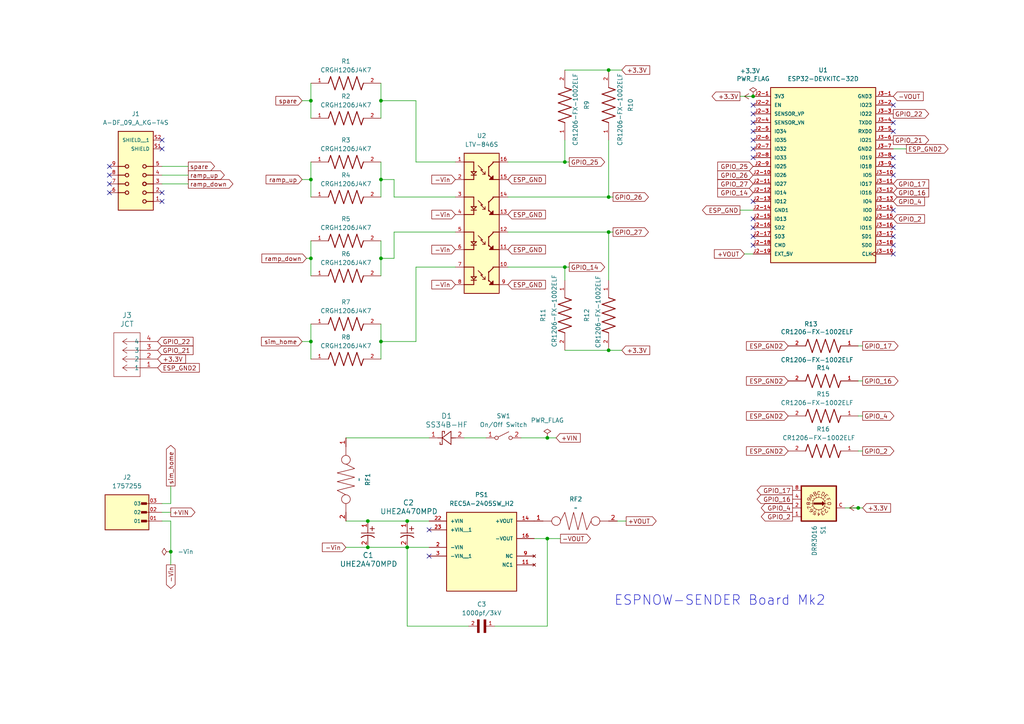
<source format=kicad_sch>
(kicad_sch (version 20250114) (generator "eeschema") (generator_version "9.0")
  (paper "A4")
  (lib_symbols
    (symbol "1757255:1757255" (pin_names (offset 1.016))
      (property "Reference" "J" (at -6.85 5.08 0))
      (property "Value" "1757255" (at -6.35 -7.62 0))
      (symbol "1757255_0_0"
        (pin passive line (at -10.16 2.54 0) (length 5.08) (name "01") (number "01"))
        (pin passive line (at -10.16 0 0) (length 5.08) (name "02") (number "02"))
        (pin passive line (at -10.16 -2.54 0) (length 5.08) (name "03") (number "03"))
      )
    )
    (symbol "CL31B106KAHNNNE:CL31B106KAHNNNE" (pin_names (offset 1.016))
      (property "Reference" "C" (at 0 3.81 0))
      (property "Value" "CL31B106KAHNNNE" (at 0 -5.08 0))
      (symbol "CL31B106KAHNNNE_0_0"
        (pin passive line (at -2.54 0 0) (length 2.54) (name "~") (number "2"))
        (pin passive line (at 5.08 0 180) (length 2.54) (name "~") (number "1"))
      )
    )
    (symbol "CR1206-FX-1002ELF:CR1206-FX-1002ELF" (pin_names (offset 1.016))
      (property "Reference" "R" (at -7.6244 2.5415 0))
      (property "Value" "CR1206-FX-1002ELF" (at -7.63 -5.0866 0))
      (symbol "CR1206-FX-1002ELF_0_0"
        (pin passive line (at -10.16 0 0) (length 5.08) (name "~") (number "1"))
        (pin passive line (at 10.16 0 180) (length 5.08) (name "~") (number "2"))
      )
    )
    (symbol "CRGH1206J4K7:CRGH1206J4K7" (pin_names (offset 1.016))
      (property "Reference" "R" (at -7.6244 2.5415 0))
      (property "Value" "CRGH1206J4K7" (at -7.63 -5.0866 0))
      (symbol "CRGH1206J4K7_0_0"
        (pin passive line (at -10.16 0 0) (length 5.08) (name "~") (number "1"))
        (pin passive line (at 10.16 0 180) (length 5.08) (name "~") (number "2"))
      )
    )
    (symbol "DRR3016:DRR3016" (pin_names (offset 1.016))
      (property "Reference" "S" (at -4.4499 -5.0856 90))
      (property "Value" "DRR3016" (at 8.9007 -5.0861 90))
      (symbol "DRR3016_0_0"
        (pin passive line (at -2.54 7.62 270) (length 2.54) (name "~") (number "1"))
        (pin passive line (at 0 7.62 270) (length 2.54) (name "~") (number "2"))
        (pin passive line (at 0 -7.62 90) (length 2.54) (name "~") (number "C"))
        (pin passive line (at 2.54 7.62 270) (length 2.54) (name "~") (number "4"))
        (pin passive line (at 5.08 7.62 270) (length 2.54) (name "~") (number "8"))
      )
    )
    (symbol "LTV-846S:LTV-846S" (pin_names (offset 1.016))
      (property "Reference" "U" (at -5.08 21.082 0))
      (property "Value" "LTV-846S" (at -5.08 -22.86 0))
      (symbol "LTV-846S_0_0"
        (pin passive line (at -7.62 17.78 0) (length 2.54) (name "~") (number "1"))
        (pin passive line (at -7.62 12.7 0) (length 2.54) (name "~") (number "2"))
        (pin passive line (at -7.62 7.62 0) (length 2.54) (name "~") (number "3"))
        (pin passive line (at -7.62 2.54 0) (length 2.54) (name "~") (number "4"))
        (pin passive line (at -7.62 -2.54 0) (length 2.54) (name "~") (number "5"))
        (pin passive line (at -7.62 -7.62 0) (length 2.54) (name "~") (number "6"))
        (pin passive line (at -7.62 -12.7 0) (length 2.54) (name "~") (number "7"))
        (pin passive line (at -7.62 -17.78 0) (length 2.54) (name "~") (number "8"))
        (pin passive line (at 7.62 17.78 180) (length 2.54) (name "~") (number "16"))
        (pin passive line (at 7.62 12.7 180) (length 2.54) (name "~") (number "15"))
        (pin passive line (at 7.62 7.62 180) (length 2.54) (name "~") (number "14"))
        (pin passive line (at 7.62 2.54 180) (length 2.54) (name "~") (number "13"))
        (pin passive line (at 7.62 -2.54 180) (length 2.54) (name "~") (number "12"))
        (pin passive line (at 7.62 -7.62 180) (length 2.54) (name "~") (number "11"))
        (pin passive line (at 7.62 -12.7 180) (length 2.54) (name "~") (number "10"))
        (pin passive line (at 7.62 -17.78 180) (length 2.54) (name "~") (number "9"))
      )
    )
    (symbol "custom_library:A-DF_09_A_KG-T4S" (pin_names (offset 1.016))
      (property "Reference" "J1" (at -1.524 -19.558 0))
      (property "Value" "A-DF_09_A_KG-T4S" (at -9.906 -16.256 0))
      (symbol "A-DF_09_A_KG-T4S_0_0"
        (pin passive line (at -7.62 7.62 0) (length 2.54) (name "~") (number "1"))
        (pin passive line (at -7.62 5.08 0) (length 2.54) (name "~") (number "2"))
        (pin passive line (at -7.62 2.54 0) (length 2.54) (name "~") (number "3"))
        (pin passive line (at -7.62 0 0) (length 2.54) (name "~") (number "4"))
        (pin passive line (at -7.62 -2.54 0) (length 2.54) (name "~") (number "5"))
        (pin passive line (at -7.62 -7.62 0) (length 2.54) (name "SHIELD") (number "S1"))
        (pin passive line (at -7.62 -10.16 0) (length 2.54) (name "SHIELD__1") (number "S2"))
        (pin power_out line (at 7.62 5.08 180) (length 2.54) (name "~") (number "6"))
        (pin power_out line (at 7.62 2.54 180) (length 2.54) (name "~") (number "7"))
        (pin power_out line (at 7.62 0 180) (length 2.54) (name "~") (number "8"))
        (pin power_out line (at 7.62 -2.54 180) (length 2.54) (name "~") (number "9"))
      )
    )
    (symbol "custom_library:ESP32-DEVKITC-32D" (pin_names (offset 1.016))
      (property "Reference" "U1" (at 0 30.48 0))
      (property "Value" "ESP32-DEVKITC-32D" (at 0 27.94 0))
      (symbol "ESP32-DEVKITC-32D_0_0"
        (pin power_in line (at -20.32 22.86 0) (length 5.08) (name "3V3") (number "J2-1"))
        (pin input line (at -20.32 20.32 0) (length 5.08) (name "EN") (number "J2-2"))
        (pin input line (at -20.32 17.78 0) (length 5.08) (name "SENSOR_VP") (number "J2-3"))
        (pin input line (at -20.32 15.24 0) (length 5.08) (name "SENSOR_VN") (number "J2-4"))
        (pin bidirectional line (at -20.32 12.7 0) (length 5.08) (name "IO34") (number "J2-5"))
        (pin bidirectional line (at -20.32 10.16 0) (length 5.08) (name "IO35") (number "J2-6"))
        (pin bidirectional line (at -20.32 7.62 0) (length 5.08) (name "IO32") (number "J2-7"))
        (pin bidirectional line (at -20.32 5.08 0) (length 5.08) (name "IO33") (number "J2-8"))
        (pin bidirectional line (at -20.32 2.54 0) (length 5.08) (name "IO25") (number "J2-9"))
        (pin bidirectional line (at -20.32 0 0) (length 5.08) (name "IO26") (number "J2-10"))
        (pin bidirectional line (at -20.32 -2.54 0) (length 5.08) (name "IO27") (number "J2-11"))
        (pin bidirectional line (at -20.32 -5.08 0) (length 5.08) (name "IO14") (number "J2-12"))
        (pin bidirectional line (at -20.32 -7.62 0) (length 5.08) (name "IO12") (number "J2-13"))
        (pin power_out line (at -20.32 -10.16 0) (length 5.08) (name "GND1") (number "J2-14"))
        (pin bidirectional line (at -20.32 -12.7 0) (length 5.08) (name "IO13") (number "J2-15"))
        (pin bidirectional line (at -20.32 -15.24 0) (length 5.08) (name "SD2") (number "J2-16"))
        (pin bidirectional line (at -20.32 -17.78 0) (length 5.08) (name "SD3") (number "J2-17"))
        (pin bidirectional line (at -20.32 -20.32 0) (length 5.08) (name "CMD") (number "J2-18"))
        (pin power_in line (at -20.32 -22.86 0) (length 5.08) (name "EXT_5V") (number "J2-19"))
        (pin power_in line (at 20.32 22.86 180) (length 5.08) (name "GND3") (number "J3-1"))
        (pin bidirectional line (at 20.32 20.32 180) (length 5.08) (name "IO23") (number "J3-2"))
        (pin bidirectional line (at 20.32 17.78 180) (length 5.08) (name "IO22") (number "J3-3"))
        (pin output line (at 20.32 15.24 180) (length 5.08) (name "TXD0") (number "J3-4"))
        (pin input line (at 20.32 12.7 180) (length 5.08) (name "RXD0") (number "J3-5"))
        (pin bidirectional line (at 20.32 10.16 180) (length 5.08) (name "IO21") (number "J3-6"))
        (pin power_out line (at 20.32 7.62 180) (length 5.08) (name "GND2") (number "J3-7"))
        (pin bidirectional line (at 20.32 5.08 180) (length 5.08) (name "IO19") (number "J3-8"))
        (pin bidirectional line (at 20.32 2.54 180) (length 5.08) (name "IO18") (number "J3-9"))
        (pin bidirectional line (at 20.32 0 180) (length 5.08) (name "IO5") (number "J3-10"))
        (pin bidirectional line (at 20.32 -2.54 180) (length 5.08) (name "IO17") (number "J3-11"))
        (pin bidirectional line (at 20.32 -5.08 180) (length 5.08) (name "IO16") (number "J3-12"))
        (pin bidirectional line (at 20.32 -7.62 180) (length 5.08) (name "IO4") (number "J3-13"))
        (pin bidirectional line (at 20.32 -10.16 180) (length 5.08) (name "IO0") (number "J3-14"))
        (pin bidirectional line (at 20.32 -12.7 180) (length 5.08) (name "IO2") (number "J3-15"))
        (pin bidirectional line (at 20.32 -15.24 180) (length 5.08) (name "IO15") (number "J3-16"))
        (pin bidirectional line (at 20.32 -17.78 180) (length 5.08) (name "SD1") (number "J3-17"))
        (pin bidirectional line (at 20.32 -20.32 180) (length 5.08) (name "SD0") (number "J3-18"))
        (pin input clock (at 20.32 -22.86 180) (length 5.08) (name "CLK") (number "J3-19"))
      )
    )
    (symbol "custom_library:JCT" (pin_names (offset 0.254))
      (property "Reference" "J3" (at 8.89 -15.24 0))
      (property "Value" "JCT" (at 8.89 -12.7 0))
      (symbol "JCT_1_1"
        (pin power_in line (at 0 0 0) (length 5.08) (name "1") (number "1"))
        (pin power_in line (at 0 -2.54 0) (length 5.08) (name "2") (number "2"))
        (pin input line (at 0 -5.08 0) (length 5.08) (name "3") (number "3"))
        (pin input line (at 0 -7.62 0) (length 5.08) (name "4") (number "4"))
      )
      (symbol "JCT_1_2"
        (pin unspecified line (at 0 0 0) (length 5.08) (name "1") (number "1"))
        (pin unspecified line (at 0 -2.54 0) (length 5.08) (name "2") (number "2"))
        (pin unspecified line (at 0 -5.08 0) (length 5.08) (name "3") (number "3"))
        (pin unspecified line (at 0 -7.62 0) (length 5.08) (name "4") (number "4"))
      )
    )
    (symbol "custom_library:REC5A-2405SW_H2" (pin_names (offset 1.016))
      (property "Reference" "PS1" (at 0 12.7 0))
      (property "Value" "REC5A-2405SW_H2" (at 0 10.16 0))
      (symbol "REC5A-2405SW_H2_0_0"
        (pin power_in line (at -15.24 5.08 0) (length 5.08) (name "+VIN") (number "22"))
        (pin input line (at -15.24 2.54 0) (length 5.08) (name "+VIN__1") (number "23"))
        (pin power_in line (at -15.24 -2.54 0) (length 5.08) (name "-VIN") (number "2"))
        (pin input line (at -15.24 -5.08 0) (length 5.08) (name "-VIN__1") (number "3"))
        (pin power_out line (at 15.24 5.08 180) (length 5.08) (name "+VOUT") (number "14"))
        (pin power_out line (at 15.24 0 180) (length 5.08) (name "-VOUT") (number "16"))
        (pin no_connect line (at 15.24 -5.08 180) (length 5.08) (name "NC") (number "9"))
        (pin no_connect line (at 15.24 -7.62 180) (length 5.08) (name "NC1") (number "11"))
      )
    )
    (symbol "custom_library:SS34B-HF" (pin_names (offset 0.254))
      (property "Reference" "D1" (at 10.16 7.112 0))
      (property "Value" "SS34B-HF" (at 10.922 4.318 0))
      (symbol "SS34B-HF_0_1"
        (pin power_in line (at 0 0 0) (length 2.54) (name "") (number "2"))
        (pin power_out line (at 10.16 0 180) (length 2.54) (name "") (number "1"))
      )
    )
    (symbol "custom_library:SW_SPST" (pin_names (offset 0) (hide yes))
      (property "Reference" "SW1" (at 0 6.35 0))
      (property "Value" "On/Off Switch" (at 0 3.81 0))
      (symbol "SW_SPST_1_1"
        (pin power_out line (at -5.08 0 0) (length 2.54) (name "A") (number "1"))
        (pin power_in line (at 5.08 0 180) (length 2.54) (name "B") (number "2"))
      )
    )
    (symbol "custom_library:UHE2A470MPD" (pin_names (offset 0.254))
      (property "Reference" "C1" (at -5.334 -0.508 90))
      (property "Value" "UHE2A470MPD" (at -2.794 6.096 90))
      (symbol "UHE2A470MPD_1_1"
        (pin passive line (at 0 0 0) (length 2.54) (name "") (number "1"))
        (pin passive line (at 7.62 0 180) (length 2.54) (name "") (number "2"))
      )
      (symbol "UHE2A470MPD_1_2"
        (pin unspecified line (at 0 0 270) (length 2.54) (name "") (number "2"))
        (pin unspecified line (at 0 -7.62 90) (length 2.54) (name "") (number "1"))
      )
    )
    (symbol "custom_library:reset_fuse"
      (property "Reference" "RF1" (at -0.635 6.35 0))
      (property "Value" "~" (at -0.635 3.81 0))
      (symbol "reset_fuse_1_1"
        (pin power_in line (at -12.7 0 0) (length 2.54) (name "") (number "1"))
        (pin power_out line (at 11.43 0 180) (length 2.54) (name "") (number "2"))
      )
    )
    (symbol "power:+3.3V" (power) (pin_numbers (hide yes)) (pin_names (offset 0) (hide yes))
      (property "Value" "+3.3V" (at 0 3.556 0))
      (symbol "+3.3V_1_1"
        (pin power_in line (at 0 0 90) (length 0) (name "~") (number "1"))
      )
    )
    (symbol "power:PWR_FLAG" (power) (pin_numbers (hide yes)) (pin_names (offset 0) (hide yes))
      (property "Value" "PWR_FLAG" (at 0 3.81 0))
      (symbol "PWR_FLAG_0_0"
        (pin power_out line (at 0 0 90) (length 0) (name "~") (number "1"))
      )
    )
  )
  (text "ESPNOW-SENDER Board Mk2\n" (at 208.788 174.244 0) (effects (font (size 2.794 2.794))))
  (junction (at 176.53 67.31))
  (junction (at 158.75 127))
  (junction (at 118.11 158.75))
  (junction (at 110.49 99.06))
  (junction (at 90.17 99.06))
  (junction (at 176.53 101.6))
  (junction (at 106.68 158.75))
  (junction (at 110.49 74.93))
  (junction (at 248.92 147.32))
  (junction (at 49.53 160.02))
  (junction (at 90.17 74.93))
  (junction (at 163.83 46.99))
  (junction (at 90.17 52.07))
  (junction (at 90.17 29.21))
  (junction (at 176.53 20.32))
  (junction (at 110.49 52.07))
  (junction (at 158.75 156.21))
  (junction (at 176.53 57.15))
  (junction (at 118.11 151.13))
  (junction (at 110.49 29.21))
  (junction (at 106.68 151.13))
  (junction (at 163.83 77.47))
  (junction (at 218.44 27.94))
  (no_connect (at 46.99 58.42))
  (no_connect (at 259.08 71.12))
  (no_connect (at 259.08 48.26))
  (no_connect (at 218.44 30.48))
  (no_connect (at 218.44 68.58))
  (no_connect (at 259.08 38.1))
  (no_connect (at 218.44 71.12))
  (no_connect (at 218.44 35.56))
  (no_connect (at 46.99 55.88))
  (no_connect (at 259.08 68.58))
  (no_connect (at 259.08 60.96))
  (no_connect (at 259.08 45.72))
  (no_connect (at 259.08 35.56))
  (no_connect (at 31.75 53.34))
  (no_connect (at 259.08 66.04))
  (no_connect (at 218.44 58.42))
  (no_connect (at 259.08 73.66))
  (no_connect (at 31.75 48.26))
  (no_connect (at 259.08 30.48))
  (no_connect (at 218.44 40.64))
  (no_connect (at 259.08 50.8))
  (no_connect (at 218.44 38.1))
  (no_connect (at 46.99 40.64))
  (no_connect (at 218.44 63.5))
  (no_connect (at 218.44 45.72))
  (no_connect (at 124.46 153.67))
  (no_connect (at 218.44 33.02))
  (no_connect (at 46.99 43.18))
  (no_connect (at 31.75 50.8))
  (no_connect (at 124.46 161.29))
  (no_connect (at 218.44 43.18))
  (no_connect (at 218.44 66.04))
  (no_connect (at 31.75 55.88))
  (wire (pts (xy 158.75 127) (xy 161.29 127)))
  (wire (pts (xy 110.49 69.85) (xy 110.49 74.93)))
  (wire (pts (xy 179.07 151.13) (xy 181.61 151.13)))
  (wire (pts (xy 250.19 120.65) (xy 248.92 120.65)))
  (wire (pts (xy 49.53 160.02) (xy 49.53 163.83)))
  (wire (pts (xy 110.49 99.06) (xy 120.65 99.06)))
  (wire (pts (xy 250.19 147.32) (xy 248.92 147.32)))
  (wire (pts (xy 106.68 158.75) (xy 118.11 158.75)))
  (wire (pts (xy 114.3 74.93) (xy 114.3 67.31)))
  (wire (pts (xy 90.17 46.99) (xy 90.17 52.07)))
  (wire (pts (xy 154.94 156.21) (xy 158.75 156.21)))
  (wire (pts (xy 214.63 60.96) (xy 218.44 60.96)))
  (wire (pts (xy 158.75 181.61) (xy 158.75 156.21)))
  (wire (pts (xy 147.32 77.47) (xy 163.83 77.47)))
  (wire (pts (xy 118.11 181.61) (xy 135.89 181.61)))
  (wire (pts (xy 118.11 181.61) (xy 118.11 158.75)))
  (wire (pts (xy 114.3 57.15) (xy 132.08 57.15)))
  (wire (pts (xy 90.17 24.13) (xy 90.17 29.21)))
  (wire (pts (xy 176.53 67.31) (xy 176.53 81.28)))
  (wire (pts (xy 100.33 151.13) (xy 106.68 151.13)))
  (wire (pts (xy 46.99 148.59) (xy 49.53 148.59)))
  (wire (pts (xy 176.53 67.31) (xy 177.8 67.31)))
  (wire (pts (xy 163.83 20.32) (xy 176.53 20.32)))
  (wire (pts (xy 46.99 151.13) (xy 49.53 151.13)))
  (wire (pts (xy 114.3 67.31) (xy 132.08 67.31)))
  (wire (pts (xy 250.19 100.33) (xy 248.92 100.33)))
  (wire (pts (xy 110.49 99.06) (xy 110.49 104.14)))
  (wire (pts (xy 110.49 93.98) (xy 110.49 99.06)))
  (wire (pts (xy 90.17 69.85) (xy 90.17 74.93)))
  (wire (pts (xy 46.99 146.05) (xy 49.53 146.05)))
  (wire (pts (xy 143.51 181.61) (xy 158.75 181.61)))
  (wire (pts (xy 110.49 74.93) (xy 110.49 80.01)))
  (wire (pts (xy 88.9 74.93) (xy 90.17 74.93)))
  (wire (pts (xy 90.17 74.93) (xy 90.17 80.01)))
  (wire (pts (xy 163.83 40.64) (xy 163.83 46.99)))
  (wire (pts (xy 147.32 67.31) (xy 176.53 67.31)))
  (wire (pts (xy 250.19 130.81) (xy 248.92 130.81)))
  (wire (pts (xy 100.33 158.75) (xy 106.68 158.75)))
  (wire (pts (xy 87.63 52.07) (xy 90.17 52.07)))
  (wire (pts (xy 106.68 151.13) (xy 118.11 151.13)))
  (wire (pts (xy 90.17 93.98) (xy 90.17 99.06)))
  (wire (pts (xy 49.53 146.05) (xy 49.53 140.97)))
  (wire (pts (xy 215.9 73.66) (xy 218.44 73.66)))
  (wire (pts (xy 120.65 46.99) (xy 132.08 46.99)))
  (wire (pts (xy 46.99 53.34) (xy 54.61 53.34)))
  (wire (pts (xy 100.33 127) (xy 124.46 127)))
  (wire (pts (xy 110.49 29.21) (xy 110.49 34.29)))
  (wire (pts (xy 110.49 24.13) (xy 110.49 29.21)))
  (wire (pts (xy 110.49 74.93) (xy 114.3 74.93)))
  (wire (pts (xy 163.83 81.28) (xy 163.83 77.47)))
  (wire (pts (xy 124.46 158.75) (xy 118.11 158.75)))
  (wire (pts (xy 140.97 127) (xy 134.62 127)))
  (wire (pts (xy 49.53 151.13) (xy 49.53 160.02)))
  (wire (pts (xy 259.08 43.18) (xy 262.89 43.18)))
  (wire (pts (xy 248.92 147.32) (xy 245.11 147.32)))
  (wire (pts (xy 158.75 156.21) (xy 162.56 156.21)))
  (wire (pts (xy 90.17 99.06) (xy 90.17 104.14)))
  (wire (pts (xy 250.19 110.49) (xy 248.92 110.49)))
  (wire (pts (xy 163.83 46.99) (xy 165.1 46.99)))
  (wire (pts (xy 87.63 99.06) (xy 90.17 99.06)))
  (wire (pts (xy 114.3 52.07) (xy 114.3 57.15)))
  (wire (pts (xy 110.49 52.07) (xy 114.3 52.07)))
  (wire (pts (xy 176.53 57.15) (xy 177.8 57.15)))
  (wire (pts (xy 163.83 77.47) (xy 165.1 77.47)))
  (wire (pts (xy 147.32 57.15) (xy 176.53 57.15)))
  (wire (pts (xy 176.53 20.32) (xy 180.34 20.32)))
  (wire (pts (xy 90.17 29.21) (xy 90.17 34.29)))
  (wire (pts (xy 46.99 48.26) (xy 54.61 48.26)))
  (wire (pts (xy 151.13 127) (xy 158.75 127)))
  (wire (pts (xy 120.65 29.21) (xy 120.65 46.99)))
  (wire (pts (xy 90.17 52.07) (xy 90.17 57.15)))
  (wire (pts (xy 118.11 151.13) (xy 124.46 151.13)))
  (wire (pts (xy 110.49 46.99) (xy 110.49 52.07)))
  (wire (pts (xy 110.49 52.07) (xy 110.49 57.15)))
  (wire (pts (xy 120.65 99.06) (xy 120.65 77.47)))
  (wire (pts (xy 147.32 46.99) (xy 163.83 46.99)))
  (wire (pts (xy 110.49 29.21) (xy 120.65 29.21)))
  (wire (pts (xy 163.83 101.6) (xy 176.53 101.6)))
  (wire (pts (xy 176.53 40.64) (xy 176.53 57.15)))
  (wire (pts (xy 46.99 50.8) (xy 54.61 50.8)))
  (wire (pts (xy 176.53 101.6) (xy 180.34 101.6)))
  (wire (pts (xy 120.65 77.47) (xy 132.08 77.47)))
  (wire (pts (xy 214.63 27.94) (xy 218.44 27.94)))
  (wire (pts (xy 87.63 29.21) (xy 90.17 29.21)))
  (global_label "GPIO_25" (shape input) (at 218.44 48.26 180) (property "Intersheetrefs" "${INTERSHEET_REFS}" (effects (hide yes))))
  (global_label "ESP_GND" (shape input) (at 147.32 82.55 0) (property "Intersheetrefs" "${INTERSHEET_REFS}" (effects (hide yes))))
  (global_label "spare" (shape input) (at 87.63 29.21 180) (property "Intersheetrefs" "${INTERSHEET_REFS}" (effects (hide yes))))
  (global_label "+3.3V" (shape output) (at 214.63 27.94 180) (property "Intersheetrefs" "${INTERSHEET_REFS}" (effects (hide yes))))
  (global_label "-Vin" (shape input) (at 132.08 82.55 180) (property "Intersheetrefs" "${INTERSHEET_REFS}" (effects (hide yes))))
  (global_label "ESP_GND" (shape input) (at 147.32 52.07 0) (property "Intersheetrefs" "${INTERSHEET_REFS}" (effects (hide yes))))
  (global_label "spare" (shape output) (at 54.61 48.26 0) (property "Intersheetrefs" "${INTERSHEET_REFS}" (effects (hide yes))))
  (global_label "-Vin" (shape input) (at 132.08 52.07 180) (property "Intersheetrefs" "${INTERSHEET_REFS}" (effects (hide yes))))
  (global_label "GPIO_2" (shape output) (at 229.87 149.86 180) (property "Intersheetrefs" "${INTERSHEET_REFS}" (effects (hide yes))))
  (global_label "+VIN" (shape output) (at 49.53 148.59 0) (property "Intersheetrefs" "${INTERSHEET_REFS}" (effects (hide yes))))
  (global_label "GPIO_21" (shape input) (at 45.72 101.6 0) (property "Intersheetrefs" "${INTERSHEET_REFS}" (effects (hide yes))))
  (global_label "-Vin" (shape output) (at 49.53 163.83 270) (property "Intersheetrefs" "${INTERSHEET_REFS}" (effects (hide yes))))
  (global_label "-VOUT" (shape output) (at 162.56 156.21 0) (property "Intersheetrefs" "${INTERSHEET_REFS}" (effects (hide yes))))
  (global_label "ESP_GND2" (shape input) (at 228.6 120.65 180) (property "Intersheetrefs" "${INTERSHEET_REFS}" (effects (hide yes))))
  (global_label "GPIO_17" (shape output) (at 229.87 142.24 180) (property "Intersheetrefs" "${INTERSHEET_REFS}" (effects (hide yes))))
  (global_label "-VOUT" (shape input) (at 259.08 27.94 0) (property "Intersheetrefs" "${INTERSHEET_REFS}" (effects (hide yes))))
  (global_label "ESP_GND" (shape input) (at 147.32 72.39 0) (property "Intersheetrefs" "${INTERSHEET_REFS}" (effects (hide yes))))
  (global_label "sim_home" (shape input) (at 87.63 99.06 180) (property "Intersheetrefs" "${INTERSHEET_REFS}" (effects (hide yes))))
  (global_label "ESP_GND" (shape output) (at 214.63 60.96 180) (property "Intersheetrefs" "${INTERSHEET_REFS}" (effects (hide yes))))
  (global_label "+VIN" (shape input) (at 161.29 127 0) (property "Intersheetrefs" "${INTERSHEET_REFS}" (effects (hide yes))))
  (global_label "GPIO_17" (shape input) (at 259.08 53.34 0) (property "Intersheetrefs" "${INTERSHEET_REFS}" (effects (hide yes))))
  (global_label "ramp_down" (shape output) (at 54.61 53.34 0) (property "Intersheetrefs" "${INTERSHEET_REFS}" (effects (hide yes))))
  (global_label "GPIO_27" (shape output) (at 177.8 67.31 0) (property "Intersheetrefs" "${INTERSHEET_REFS}" (effects (hide yes))))
  (global_label "GPIO_14" (shape input) (at 218.44 55.88 180) (property "Intersheetrefs" "${INTERSHEET_REFS}" (effects (hide yes))))
  (global_label "-Vin" (shape input) (at 100.33 158.75 180) (property "Intersheetrefs" "${INTERSHEET_REFS}" (effects (hide yes))))
  (global_label "GPIO_4" (shape input) (at 259.08 58.42 0) (property "Intersheetrefs" "${INTERSHEET_REFS}" (effects (hide yes))))
  (global_label "-Vin" (shape input) (at 132.08 72.39 180) (property "Intersheetrefs" "${INTERSHEET_REFS}" (effects (hide yes))))
  (global_label "+3.3V" (shape input) (at 180.34 20.32 0) (property "Intersheetrefs" "${INTERSHEET_REFS}" (effects (hide yes))))
  (global_label "GPIO_25" (shape output) (at 165.1 46.99 0) (property "Intersheetrefs" "${INTERSHEET_REFS}" (effects (hide yes))))
  (global_label "GPIO_17" (shape output) (at 250.19 100.33 0) (property "Intersheetrefs" "${INTERSHEET_REFS}" (effects (hide yes))))
  (global_label "GPIO_4" (shape output) (at 229.87 147.32 180) (property "Intersheetrefs" "${INTERSHEET_REFS}" (effects (hide yes))))
  (global_label "+3.3V" (shape input) (at 180.34 101.6 0) (property "Intersheetrefs" "${INTERSHEET_REFS}" (effects (hide yes))))
  (global_label "+3.3V" (shape input) (at 45.72 104.14 0) (property "Intersheetrefs" "${INTERSHEET_REFS}" (effects (hide yes))))
  (global_label "GPIO_27" (shape input) (at 218.44 53.34 180) (property "Intersheetrefs" "${INTERSHEET_REFS}" (effects (hide yes))))
  (global_label "-Vin" (shape input) (at 132.08 62.23 180) (property "Intersheetrefs" "${INTERSHEET_REFS}" (effects (hide yes))))
  (global_label "+VOUT" (shape output) (at 181.61 151.13 0) (property "Intersheetrefs" "${INTERSHEET_REFS}" (effects (hide yes))))
  (global_label "sim_home" (shape output) (at 49.53 140.97 90) (property "Intersheetrefs" "${INTERSHEET_REFS}" (effects (hide yes))))
  (global_label "GPIO_22" (shape output) (at 259.08 33.02 0) (property "Intersheetrefs" "${INTERSHEET_REFS}" (effects (hide yes))))
  (global_label "+VOUT" (shape input) (at 215.9 73.66 180) (property "Intersheetrefs" "${INTERSHEET_REFS}" (effects (hide yes))))
  (global_label "GPIO_22" (shape input) (at 45.72 99.06 0) (property "Intersheetrefs" "${INTERSHEET_REFS}" (effects (hide yes))))
  (global_label "ramp_down" (shape input) (at 88.9 74.93 180) (property "Intersheetrefs" "${INTERSHEET_REFS}" (effects (hide yes))))
  (global_label "GPIO_14" (shape output) (at 165.1 77.47 0) (property "Intersheetrefs" "${INTERSHEET_REFS}" (effects (hide yes))))
  (global_label "GPIO_2" (shape input) (at 259.08 63.5 0) (property "Intersheetrefs" "${INTERSHEET_REFS}" (effects (hide yes))))
  (global_label "GPIO_16" (shape output) (at 250.19 110.49 0) (property "Intersheetrefs" "${INTERSHEET_REFS}" (effects (hide yes))))
  (global_label "GPIO_26" (shape output) (at 177.8 57.15 0) (property "Intersheetrefs" "${INTERSHEET_REFS}" (effects (hide yes))))
  (global_label "GPIO_21" (shape output) (at 259.08 40.64 0) (property "Intersheetrefs" "${INTERSHEET_REFS}" (effects (hide yes))))
  (global_label "+3.3V" (shape input) (at 250.19 147.32 0) (property "Intersheetrefs" "${INTERSHEET_REFS}" (effects (hide yes))))
  (global_label "ESP_GND2" (shape input) (at 228.6 100.33 180) (property "Intersheetrefs" "${INTERSHEET_REFS}" (effects (hide yes))))
  (global_label "ESP_GND2" (shape input) (at 45.72 106.68 0) (property "Intersheetrefs" "${INTERSHEET_REFS}" (effects (hide yes))))
  (global_label "ramp_up" (shape output) (at 54.61 50.8 0) (property "Intersheetrefs" "${INTERSHEET_REFS}" (effects (hide yes))))
  (global_label "ESP_GND2" (shape output) (at 262.89 43.18 0) (property "Intersheetrefs" "${INTERSHEET_REFS}" (effects (hide yes))))
  (global_label "GPIO_2" (shape output) (at 250.19 130.81 0) (property "Intersheetrefs" "${INTERSHEET_REFS}" (effects (hide yes))))
  (global_label "ESP_GND2" (shape input) (at 228.6 110.49 180) (property "Intersheetrefs" "${INTERSHEET_REFS}" (effects (hide yes))))
  (global_label "GPIO_16" (shape output) (at 229.87 144.78 180) (property "Intersheetrefs" "${INTERSHEET_REFS}" (effects (hide yes))))
  (global_label "ramp_up" (shape input) (at 87.63 52.07 180) (property "Intersheetrefs" "${INTERSHEET_REFS}" (effects (hide yes))))
  (global_label "ESP_GND2" (shape input) (at 228.6 130.81 180) (property "Intersheetrefs" "${INTERSHEET_REFS}" (effects (hide yes))))
  (global_label "GPIO_26" (shape input) (at 218.44 50.8 180) (property "Intersheetrefs" "${INTERSHEET_REFS}" (effects (hide yes))))
  (global_label "ESP_GND" (shape input) (at 147.32 62.23 0) (property "Intersheetrefs" "${INTERSHEET_REFS}" (effects (hide yes))))
  (global_label "GPIO_16" (shape input) (at 259.08 55.88 0) (property "Intersheetrefs" "${INTERSHEET_REFS}" (effects (hide yes))))
  (global_label "GPIO_4" (shape output) (at 250.19 120.65 0) (property "Intersheetrefs" "${INTERSHEET_REFS}" (effects (hide yes))))
  (symbol (lib_id "custom_library:JCT") (at 45.72 106.68 180) (unit 1)
    (property "Reference" "J3" (at 36.83 91.44 0) (effects (font (size 1.524 1.524))))
    (property "Value" "JCT" (at 36.83 93.98 0) (effects (font (size 1.524 1.524))))
    (property "Footprint" "footprints:CONN_BM04B-SRSS-TB_SPK" (effects (hide yes)))
    (property "Datasheet" "PRT-16766" (effects (hide yes)))
  )
  (symbol (lib_id "custom_library:A-DF_09_A_KG-T4S") (at 39.37 50.8 180) (unit 1)
    (property "Reference" "J1" (at 39.37 33.02 0))
    (property "Value" "A-DF_09_A_KG-T4S" (at 39.37 35.56 0))
    (property "Footprint" "footprints:ASSMANN_A-DF_09_A_KG-T4S" (effects (hide yes)))
    (property "PARTREV" "05" (effects (hide yes)))
    (property "MANUFACTURER" "Assmann WSW Components" (effects (hide yes)))
    (property "MAXIMUM_PACKAGE_HEIGHT" "12.8mm" (effects (hide yes)))
    (property "STANDARD" "Manufacturer Recommendations" (effects (hide yes)))
  )
  (symbol (lib_id "CRGH1206J4K7:CRGH1206J4K7") (at 100.33 34.29 0) (unit 1)
    (property "Reference" "R2" (at 100.33 27.94 0))
    (property "Value" "CRGH1206J4K7" (at 100.33 30.48 0))
    (property "Footprint" "footprints:RESC3115X65N" (effects (hide yes)))
  )
  (symbol (lib_id "custom_library:SS34B-HF") (at 134.62 127 180) (unit 1)
    (property "Reference" "D1" (at 129.54 120.65 0) (effects (font (size 1.524 1.524))))
    (property "Value" "SS34B-HF" (at 129.54 123.19 0) (effects (font (size 1.524 1.524))))
    (property "Footprint" "footprints:DO214AASMB_CIP-L" (effects (hide yes)))
    (property "Datasheet" "SS34B-HF" (effects (hide yes)))
  )
  (symbol (lib_id "CRGH1206J4K7:CRGH1206J4K7") (at 100.33 104.14 0) (unit 1)
    (property "Reference" "R8" (at 100.33 97.79 0))
    (property "Value" "CRGH1206J4K7" (at 100.33 100.33 0))
    (property "Footprint" "footprints:RESC3115X65N" (effects (hide yes)))
  )
  (symbol (lib_id "CL31B106KAHNNNE:CL31B106KAHNNNE") (at 138.43 181.61 0) (unit 1)
    (property "Reference" "C3" (at 139.7 175.26 0))
    (property "Value" "1000pf/3kV" (at 139.7 177.8 0))
    (property "Footprint" "footprints:CAPC3216X180N" (effects (hide yes)))
  )
  (symbol (lib_id "CR1206-FX-1002ELF:CR1206-FX-1002ELF") (at 176.53 91.44 270) (unit 1)
    (property "Reference" "R12" (at 170.18 91.44 0))
    (property "Value" "CR1206-FX-1002ELF" (at 173.482 90.424 0))
    (property "Footprint" "footprints:RESC3216X75N" (effects (hide yes)))
  )
  (symbol (lib_id "custom_library:SW_SPST") (at 146.05 127 0) (unit 1)
    (property "Reference" "SW1" (at 146.05 120.65 0))
    (property "Value" "On/Off Switch" (at 146.05 123.19 0))
    (property "Footprint" "footprints:SW" (effects (hide yes)))
    (property "Description" "Single Pole Single Throw (SPST) switch" (effects (hide yes)))
  )
  (symbol (lib_id "CR1206-FX-1002ELF:CR1206-FX-1002ELF") (at 238.76 100.33 180) (unit 1)
    (property "Reference" "R14" (at 238.76 106.68 0))
    (property "Value" "CR1206-FX-1002ELF" (at 236.982 96.266 0))
    (property "Footprint" "footprints:RESC3216X75N" (effects (hide yes)))
  )
  (symbol (lib_id "power:+3.3V") (at 248.92 147.32 90) (unit 1)
    (property "Reference" "#PWR013" (effects (hide yes)))
    (property "Value" "+3.3V" (effects (hide yes)))
    (property "Description" "Power symbol creates a global label with name \"+3.3V\"" (effects (hide yes)))
  )
  (symbol (lib_id "CRGH1206J4K7:CRGH1206J4K7") (at 100.33 24.13 0) (unit 1)
    (property "Reference" "R1" (at 100.33 17.78 0))
    (property "Value" "CRGH1206J4K7" (at 100.33 20.32 0))
    (property "Footprint" "footprints:RESC3115X65N" (effects (hide yes)))
  )
  (symbol (lib_id "CR1206-FX-1002ELF:CR1206-FX-1002ELF") (at 238.76 130.81 180) (unit 1)
    (property "Reference" "R16" (at 238.76 124.46 0))
    (property "Value" "CR1206-FX-1002ELF" (at 237.49 127 0))
    (property "Footprint" "footprints:RESC3216X75N" (effects (hide yes)))
  )
  (symbol (lib_id "CR1206-FX-1002ELF:CR1206-FX-1002ELF") (at 163.83 91.44 270) (unit 1)
    (property "Reference" "R11" (at 157.48 91.44 0))
    (property "Value" "CR1206-FX-1002ELF" (at 160.782 90.17 0))
    (property "Footprint" "footprints:RESC3216X75N" (effects (hide yes)))
  )
  (symbol (lib_id "power:+3.3V") (at 218.44 27.94 90) (unit 1)
    (property "Reference" "#PWR03" (effects (hide yes)))
    (property "Value" "+3.3V" (at 220.472 20.574 90) (effects (justify left)))
    (property "Description" "Power symbol creates a global label with name \"+3.3V\"" (effects (hide yes)))
  )
  (symbol (lib_id "CRGH1206J4K7:CRGH1206J4K7") (at 100.33 57.15 0) (unit 1)
    (property "Reference" "R4" (at 100.33 50.8 0))
    (property "Value" "CRGH1206J4K7" (at 100.33 53.34 0))
    (property "Footprint" "footprints:RESC3015X65N" (effects (hide yes)))
  )
  (symbol (lib_id "custom_library:UHE2A470MPD") (at 106.68 151.13 270) (unit 1)
    (property "Reference" "C1" (at 105.156 161.036 90) (effects (font (size 1.524 1.524)) (justify left)))
    (property "Value" "UHE2A470MPD" (at 98.552 163.576 90) (effects (font (size 1.524 1.524)) (justify left)))
    (property "Footprint" "footprints:PCAP_10x12_5-THRU-ELECT_NCA" (effects (hide yes)))
    (property "Datasheet" "UHE2A470MPD" (effects (hide yes)))
  )
  (symbol (lib_id "custom_library:UHE2A470MPD") (at 118.11 151.13 270) (unit 1)
    (property "Reference" "C2" (at 116.84 145.796 90) (effects (font (size 1.524 1.524)) (justify left)))
    (property "Value" "UHE2A470MPD" (at 110.236 148.336 90) (effects (font (size 1.524 1.524)) (justify left)))
    (property "Footprint" "footprints:PCAP_10x12_5-THRU-ELECT_NCA" (effects (hide yes)))
    (property "Datasheet" "UHE2A470MPD" (effects (hide yes)))
  )
  (symbol (lib_id "CR1206-FX-1002ELF:CR1206-FX-1002ELF") (at 176.53 30.48 90) (unit 1)
    (property "Reference" "R10" (at 182.88 30.48 0))
    (property "Value" "CR1206-FX-1002ELF" (at 179.832 31.75 0))
    (property "Footprint" "footprints:RESC3216X75N" (effects (hide yes)))
  )
  (symbol (lib_id "power:PWR_FLAG") (at 218.44 27.94 0) (unit 1)
    (property "Reference" "#FLG04" (effects (hide yes)))
    (property "Value" "PWR_FLAG" (at 218.44 22.86 0))
    (property "Description" "Special symbol for telling ERC where power comes from" (effects (hide yes)))
  )
  (symbol (lib_id "power:PWR_FLAG") (at 49.53 160.02 90) (unit 1)
    (property "Reference" "#FLG01" (effects (hide yes)))
    (property "Value" "-Vin" (at 56.134 160.02 90) (effects (justify left)))
    (property "Description" "Special symbol for telling ERC where power comes from" (effects (hide yes)))
  )
  (symbol (lib_id "1757255:1757255") (at 36.83 148.59 180) (unit 1)
    (property "Reference" "J2" (at 36.83 138.43 0))
    (property "Value" "1757255" (at 36.83 140.97 0))
    (property "Footprint" "footprints:PHOENIX_1757255" (effects (hide yes)))
    (property "PARTREV" "28.07.2023" (effects (hide yes)))
    (property "STANDARD" "Manufacturer Recommendations" (effects (hide yes)))
    (property "MANUFACTURER" "Phoenix Contact" (effects (hide yes)))
  )
  (symbol (lib_id "custom_library:ESP32-DEVKITC-32D") (at 238.76 50.8 0) (unit 1)
    (property "Reference" "U1" (at 238.76 20.32 0))
    (property "Value" "ESP32-DEVKITC-32D" (at 238.76 22.86 0))
    (property "Footprint" "footprints:MODULE_ESP32-DEVKITC-32D" (effects (hide yes)))
    (property "MF" "Espressif Systems" (effects (hide yes)))
    (property "MAXIMUM_PACKAGE_HEIGHT" "N/A" (effects (hide yes)))
    (property "Package" "None" (effects (hide yes)))
    (property "Price" "None" (effects (hide yes)))
    (property "Check_prices" "https://www.snapeda.com/parts/ESP32-DEVKITC-32D/Espressif+Systems/view-part/?ref=eda" (effects (hide yes)))
    (property "STANDARD" "Manufacturer Recommendations" (effects (hide yes)))
    (property "PARTREV" "V4" (effects (hide yes)))
    (property "SnapEDA_Link" "https://www.snapeda.com/parts/ESP32-DEVKITC-32D/Espressif+Systems/view-part/?ref=snap" (effects (hide yes)))
    (property "MP" "ESP32-DEVKITC-32D" (effects (hide yes)))
    (property "Description_1" "WiFi Development Tools (802.11) ESP32 General Development Kit, ESP32-WROOM-32D on the board" (effects (hide yes)))
    (property "MANUFACTURER" "Espressif Systems" (effects (hide yes)))
    (property "Availability" "In Stock" (effects (hide yes)))
    (property "SNAPEDA_PN" "ESP32-DEVKITC-32D" (effects (hide yes)))
  )
  (symbol (lib_id "DRR3016:DRR3016") (at 237.49 147.32 90) (unit 1)
    (property "Reference" "S1" (at 238.7601 152.4 0) (effects (justify right)))
    (property "Value" "DRR3016" (at 236.2201 152.4 0) (effects (justify right)))
    (property "Footprint" "footprints:DRR3010" (effects (hide yes)))
    (property "MF" "Knitter Switch" (effects (hide yes)))
    (property "Description_1" "Dip Switch Hexadecimal 16 Position Through Hole, Right Angle Rotary for Tool Actuator 30mA 15VDC" (effects (hide yes)))
    (property "Package" "None" (effects (hide yes)))
    (property "MPN" "DRR3016" (effects (hide yes)))
    (property "Price" "None" (effects (hide yes)))
    (property "OC_FARNELL" "9810439" (effects (hide yes)))
    (property "SnapEDA_Link" "https://www.snapeda.com/parts/DRR3016/Knitter+Switch/view-part/?ref=snap" (effects (hide yes)))
    (property "MP" "DRR3016" (effects (hide yes)))
    (property "OC_NEWARK" "96K8699" (effects (hide yes)))
    (property "Availability" "In Stock" (effects (hide yes)))
    (property "Check_prices" "https://www.snapeda.com/parts/DRR3016/Knitter+Switch/view-part/?ref=eda" (effects (hide yes)))
  )
  (symbol (lib_id "CRGH1206J4K7:CRGH1206J4K7") (at 100.33 80.01 0) (unit 1)
    (property "Reference" "R6" (at 100.33 73.66 0))
    (property "Value" "CRGH1206J4K7" (at 100.33 76.2 0))
    (property "Footprint" "footprints:RESC3115X65N" (effects (hide yes)))
  )
  (symbol (lib_id "CRGH1206J4K7:CRGH1206J4K7") (at 100.33 69.85 0) (unit 1)
    (property "Reference" "R5" (at 100.33 63.5 0))
    (property "Value" "CRGH1206J4K7" (at 100.33 66.04 0))
    (property "Footprint" "footprints:RESC3115X65N" (effects (hide yes)))
  )
  (symbol (lib_id "CR1206-FX-1002ELF:CR1206-FX-1002ELF") (at 238.76 120.65 180) (unit 1)
    (property "Reference" "R15" (at 238.76 114.3 0))
    (property "Value" "CR1206-FX-1002ELF" (at 236.982 116.84 0))
    (property "Footprint" "footprints:RESC3216X75N" (effects (hide yes)))
  )
  (symbol (lib_id "LTV-846S:LTV-846S") (at 139.7 64.77 0) (unit 1)
    (property "Reference" "U2" (at 139.7 39.37 0))
    (property "Value" "LTV-846S" (at 139.7 41.91 0))
    (property "Footprint" "footprints:SOIC254P1016X460-16N" (effects (hide yes)))
    (property "PARTREV" "H" (effects (hide yes)))
    (property "MANUFACTURER" "Lite-on" (effects (hide yes)))
    (property "MAXIMUM_PACKAGE_HEIGHT" "4.6mm" (effects (hide yes)))
    (property "STANDARD" "IPC-7351B" (effects (hide yes)))
  )
  (symbol (lib_id "CRGH1206J4K7:CRGH1206J4K7") (at 100.33 93.98 0) (unit 1)
    (property "Reference" "R7" (at 100.33 87.63 0))
    (property "Value" "CRGH1206J4K7" (at 100.33 90.17 0))
    (property "Footprint" "footprints:RESC3115X65N" (effects (hide yes)))
  )
  (symbol (lib_id "custom_library:reset_fuse") (at 100.33 139.7 270) (unit 1)
    (property "Reference" "RF1" (at 106.68 139.065 0))
    (property "Value" "~" (at 104.14 139.065 0))
    (property "Footprint" "footprints:PTC_RESET_FUSE" (effects (hide yes)))
  )
  (symbol (lib_id "CRGH1206J4K7:CRGH1206J4K7") (at 100.33 46.99 0) (unit 1)
    (property "Reference" "R3" (at 100.33 40.64 0))
    (property "Value" "CRGH1206J4K7" (at 100.33 43.18 0))
    (property "Footprint" "footprints:RESC3115X65N" (effects (hide yes)))
  )
  (symbol (lib_id "custom_library:reset_fuse") (at 167.64 151.13 0) (unit 1)
    (property "Reference" "RF2" (at 167.005 144.78 0))
    (property "Value" "~" (at 167.005 147.32 0))
    (property "Footprint" "footprints:PTC_RESET_FUSE" (effects (hide yes)))
  )
  (symbol (lib_id "CR1206-FX-1002ELF:CR1206-FX-1002ELF") (at 238.76 110.49 180) (unit 1)
    (property "Reference" "R13" (at 235.204 93.98 0))
    (property "Value" "CR1206-FX-1002ELF" (at 236.982 104.394 0))
    (property "Footprint" "footprints:RESC3216X75N" (effects (hide yes)))
  )
  (symbol (lib_id "CR1206-FX-1002ELF:CR1206-FX-1002ELF") (at 163.83 30.48 90) (unit 1)
    (property "Reference" "R9" (at 170.18 30.48 0))
    (property "Value" "CR1206-FX-1002ELF" (at 166.878 31.75 0))
    (property "Footprint" "footprints:RESC3216X75N" (effects (hide yes)))
  )
  (symbol (lib_id "power:PWR_FLAG") (at 158.75 127 0) (unit 1)
    (property "Reference" "#FLG02" (effects (hide yes)))
    (property "Value" "PWR_FLAG" (at 158.75 121.92 0))
    (property "Description" "Special symbol for telling ERC where power comes from" (effects (hide yes)))
  )
  (symbol (lib_id "custom_library:REC5A-2405SW_H2") (at 139.7 156.21 0) (unit 1)
    (property "Reference" "PS1" (at 139.7 143.51 0))
    (property "Value" "REC5A-2405SW_H2" (at 139.7 146.05 0))
    (property "Footprint" "footprints:CONV_REC5A-2405SW_H2" (effects (hide yes)))
    (property "PARTREV" "N/A" (effects (hide yes)))
    (property "STANDARD" "Manufacturer Recommendations" (effects (hide yes)))
    (property "MAXIMUM_PACKAGE_HEIGHT" "10.20mm" (effects (hide yes)))
    (property "MANUFACTURER" "RECOM" (effects (hide yes)))
  )
)
</source>
